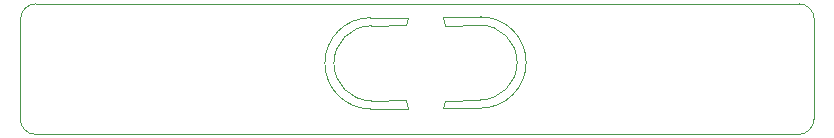
<source format=gbr>
G04 #@! TF.GenerationSoftware,KiCad,Pcbnew,(5.99.0-1716-g4efed4b72)*
G04 #@! TF.CreationDate,2020-05-21T15:21:06+02:00*
G04 #@! TF.ProjectId,flex-strip-tester-v8,666c6578-2d73-4747-9269-702d74657374,rev?*
G04 #@! TF.SameCoordinates,Original*
G04 #@! TF.FileFunction,Profile,NP*
%FSLAX46Y46*%
G04 Gerber Fmt 4.6, Leading zero omitted, Abs format (unit mm)*
G04 Created by KiCad (PCBNEW (5.99.0-1716-g4efed4b72)) date 2020-05-21 15:21:06*
%MOMM*%
%LPD*%
G01*
G04 APERTURE LIST*
G04 #@! TA.AperFunction,Profile*
%ADD10C,0.050000*%
G04 #@! TD*
G04 APERTURE END LIST*
D10*
X148463000Y-99123500D02*
G75*
G02*
X144600446Y-95260946I0J3862554D01*
G01*
X151638000Y-99123500D02*
X151511000Y-98383392D01*
X151511000Y-92033392D02*
X151638000Y-91398392D01*
X148537446Y-98435946D02*
G75*
G02*
X145362446Y-95260946I0J3175000D01*
G01*
X148537446Y-92085946D02*
X151511000Y-92033392D01*
X145362446Y-95260946D02*
G75*
G02*
X148537446Y-92085946I3175000J0D01*
G01*
X151638000Y-99123500D02*
X148463000Y-99123500D01*
X144600446Y-95260946D02*
G75*
G02*
X148463000Y-91398392I3862554J0D01*
G01*
X151638000Y-91398392D02*
X148463000Y-91398392D01*
X151511000Y-98383392D02*
X148537446Y-98435946D01*
X154607169Y-91334892D02*
X154734169Y-92075000D01*
X154734169Y-92075000D02*
X157707723Y-92022446D01*
X154607169Y-91334892D02*
X157782169Y-91334892D01*
X154607169Y-99060000D02*
X157782169Y-99060000D01*
X154734169Y-98425000D02*
X154607169Y-99060000D01*
X157707723Y-98372446D02*
X154734169Y-98425000D01*
X157782169Y-91334892D02*
G75*
G02*
X161644723Y-95197446I0J-3862554D01*
G01*
X160882723Y-95197446D02*
G75*
G02*
X157707723Y-98372446I-3175000J0D01*
G01*
X161644723Y-95197446D02*
G75*
G02*
X157782169Y-99060000I-3862554J0D01*
G01*
X157707723Y-92022446D02*
G75*
G02*
X160882723Y-95197446I0J-3175000D01*
G01*
X184701180Y-101287580D02*
X120942100Y-101287580D01*
X186038754Y-91545674D02*
X186015894Y-99972866D01*
X118824746Y-91545674D02*
X118801886Y-99972866D01*
X118801886Y-99972866D02*
G75*
G03*
X120116600Y-101287580I1314714J0D01*
G01*
X186015894Y-99972866D02*
G75*
G02*
X184701180Y-101287580I-1314714J0D01*
G01*
X120942100Y-101287580D02*
X120116600Y-101287580D01*
X183898540Y-90230960D02*
X184724040Y-90230960D01*
X186038754Y-91545674D02*
G75*
G03*
X184724040Y-90230960I-1314714J0D01*
G01*
X120139460Y-90230960D02*
X183898540Y-90230960D01*
X118824746Y-91545674D02*
G75*
G02*
X120139460Y-90230960I1314714J0D01*
G01*
M02*

</source>
